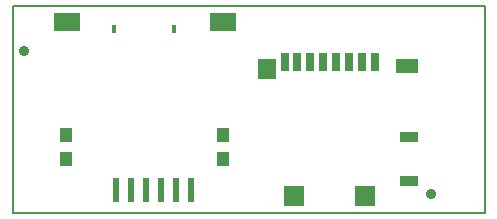
<source format=gbr>
%FSLAX23Y23*%
%MOIN*%
G04 EasyPC Gerber Version 17.0 Build 3379 *
%ADD92R,0.01726X0.02750*%
%ADD89R,0.02159X0.08065*%
%ADD87R,0.02553X0.05899*%
%ADD84R,0.02946X0.05899*%
%ADD90R,0.04324X0.04718*%
%ADD85R,0.06175X0.06687*%
%ADD81C,0.00500*%
%ADD82C,0.03537*%
%ADD83R,0.06293X0.03537*%
%ADD86R,0.07671X0.04915*%
%ADD91R,0.09049X0.06293*%
%ADD88R,0.07080X0.06883*%
X0Y0D02*
D02*
D81*
X1844Y228D02*
X270D01*
Y918*
X1844*
Y228*
D02*
D82*
X307Y767D03*
X1665Y290D03*
D02*
D83*
X1591Y334D03*
Y480D03*
D02*
D84*
X1219Y733D03*
X1262D03*
X1305D03*
X1348D03*
X1392D03*
X1435D03*
X1478D03*
D02*
D85*
X1119Y708D03*
D02*
D86*
X1585Y718D03*
D02*
D87*
X1177Y733D03*
D02*
D88*
X1209Y286D03*
X1444D03*
D02*
D89*
X615Y305D03*
X665D03*
X715D03*
X765D03*
X815D03*
X865D03*
D02*
D90*
X448Y408D03*
Y487D03*
X970Y408D03*
X971Y487D03*
D02*
D91*
X450Y864D03*
X971Y864D03*
D02*
D92*
X609Y840D03*
X809D03*
X0Y0D02*
M02*

</source>
